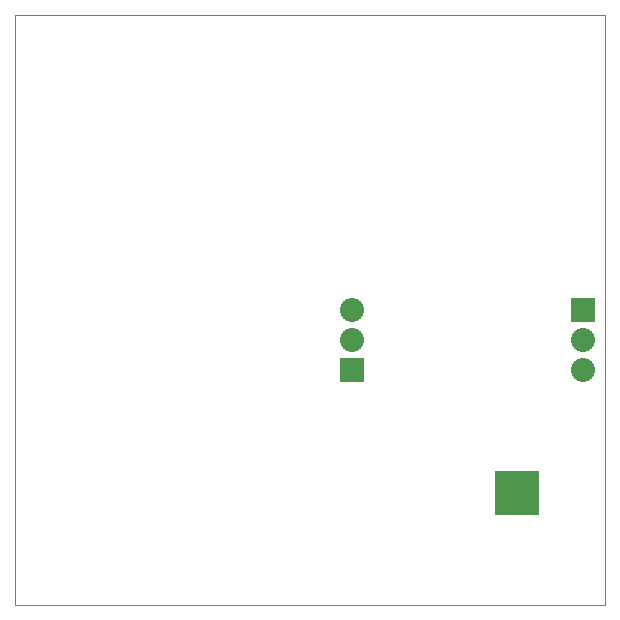
<source format=gbl>
G75*
%MOIN*%
%OFA0B0*%
%FSLAX25Y25*%
%IPPOS*%
%LPD*%
%AMOC8*
5,1,8,0,0,1.08239X$1,22.5*
%
%ADD10C,0.00000*%
%ADD11R,0.15000X0.15000*%
%ADD12R,0.08000X0.08000*%
%ADD13C,0.08000*%
%ADD14R,0.03562X0.03562*%
D10*
X0001000Y0001000D02*
X0001000Y0197850D01*
X0197850Y0197850D01*
X0197850Y0001000D01*
X0001000Y0001000D01*
D11*
X0168500Y0038500D03*
D12*
X0113500Y0079500D03*
X0190250Y0099500D03*
D13*
X0190250Y0089500D03*
X0190250Y0079500D03*
X0113500Y0089500D03*
X0113500Y0099500D03*
D14*
X0164000Y0043000D03*
X0164000Y0034000D03*
X0173000Y0034000D03*
X0173000Y0043000D03*
M02*

</source>
